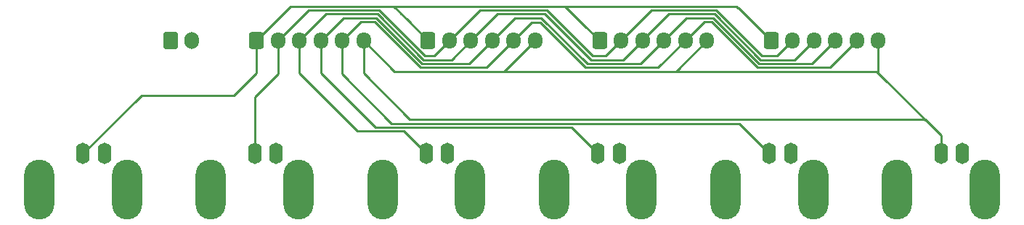
<source format=gbr>
%TF.GenerationSoftware,KiCad,Pcbnew,7.0.8*%
%TF.CreationDate,2024-02-13T18:25:42+01:00*%
%TF.ProjectId,BlankingRelay_Top1,426c616e-6b69-46e6-9752-656c61795f54,rev?*%
%TF.SameCoordinates,Original*%
%TF.FileFunction,Copper,L1,Top*%
%TF.FilePolarity,Positive*%
%FSLAX46Y46*%
G04 Gerber Fmt 4.6, Leading zero omitted, Abs format (unit mm)*
G04 Created by KiCad (PCBNEW 7.0.8) date 2024-02-13 18:25:42*
%MOMM*%
%LPD*%
G01*
G04 APERTURE LIST*
G04 Aperture macros list*
%AMRoundRect*
0 Rectangle with rounded corners*
0 $1 Rounding radius*
0 $2 $3 $4 $5 $6 $7 $8 $9 X,Y pos of 4 corners*
0 Add a 4 corners polygon primitive as box body*
4,1,4,$2,$3,$4,$5,$6,$7,$8,$9,$2,$3,0*
0 Add four circle primitives for the rounded corners*
1,1,$1+$1,$2,$3*
1,1,$1+$1,$4,$5*
1,1,$1+$1,$6,$7*
1,1,$1+$1,$8,$9*
0 Add four rect primitives between the rounded corners*
20,1,$1+$1,$2,$3,$4,$5,0*
20,1,$1+$1,$4,$5,$6,$7,0*
20,1,$1+$1,$6,$7,$8,$9,0*
20,1,$1+$1,$8,$9,$2,$3,0*%
G04 Aperture macros list end*
%TA.AperFunction,ComponentPad*%
%ADD10RoundRect,0.250000X-0.600000X-0.725000X0.600000X-0.725000X0.600000X0.725000X-0.600000X0.725000X0*%
%TD*%
%TA.AperFunction,ComponentPad*%
%ADD11O,1.700000X1.950000*%
%TD*%
%TA.AperFunction,ComponentPad*%
%ADD12RoundRect,0.250000X-0.600000X-0.750000X0.600000X-0.750000X0.600000X0.750000X-0.600000X0.750000X0*%
%TD*%
%TA.AperFunction,ComponentPad*%
%ADD13O,1.700000X2.000000*%
%TD*%
%TA.AperFunction,ComponentPad*%
%ADD14O,1.600200X2.499360*%
%TD*%
%TA.AperFunction,ComponentPad*%
%ADD15O,3.500120X7.000240*%
%TD*%
%TA.AperFunction,Conductor*%
%ADD16C,0.250000*%
%TD*%
G04 APERTURE END LIST*
D10*
%TO.P,J10,1,Pin_1*%
%TO.N,Blanking_Out1*%
X140000000Y-59500000D03*
D11*
%TO.P,J10,2,Pin_2*%
%TO.N,Blanking_Out2*%
X142500000Y-59500000D03*
%TO.P,J10,3,Pin_3*%
%TO.N,Blanking_Out3*%
X145000000Y-59500000D03*
%TO.P,J10,4,Pin_4*%
%TO.N,Blanking_Out4*%
X147500000Y-59500000D03*
%TO.P,J10,5,Pin_5*%
%TO.N,Blanking_Out5*%
X150000000Y-59500000D03*
%TO.P,J10,6,Pin_6*%
%TO.N,Blanking_Out6*%
X152500000Y-59500000D03*
%TD*%
D12*
%TO.P,J11,1,Pin_1*%
%TO.N,5V*%
X70000000Y-59500000D03*
D13*
%TO.P,J11,2,Pin_2*%
%TO.N,GNDREF*%
X72500000Y-59500000D03*
%TD*%
D10*
%TO.P,J8,1,Pin_1*%
%TO.N,Blanking_Out1*%
X100000000Y-59500000D03*
D11*
%TO.P,J8,2,Pin_2*%
%TO.N,Blanking_Out2*%
X102500000Y-59500000D03*
%TO.P,J8,3,Pin_3*%
%TO.N,Blanking_Out3*%
X105000000Y-59500000D03*
%TO.P,J8,4,Pin_4*%
%TO.N,Blanking_Out4*%
X107500000Y-59500000D03*
%TO.P,J8,5,Pin_5*%
%TO.N,Blanking_Out5*%
X110000000Y-59500000D03*
%TO.P,J8,6,Pin_6*%
%TO.N,Blanking_Out6*%
X112500000Y-59500000D03*
%TD*%
D10*
%TO.P,J9,1,Pin_1*%
%TO.N,Blanking_Out1*%
X120000000Y-59500000D03*
D11*
%TO.P,J9,2,Pin_2*%
%TO.N,Blanking_Out2*%
X122500000Y-59500000D03*
%TO.P,J9,3,Pin_3*%
%TO.N,Blanking_Out3*%
X125000000Y-59500000D03*
%TO.P,J9,4,Pin_4*%
%TO.N,Blanking_Out4*%
X127500000Y-59500000D03*
%TO.P,J9,5,Pin_5*%
%TO.N,Blanking_Out5*%
X130000000Y-59500000D03*
%TO.P,J9,6,Pin_6*%
%TO.N,Blanking_Out6*%
X132500000Y-59500000D03*
%TD*%
D10*
%TO.P,J1,1,Pin_1*%
%TO.N,Blanking_Out1*%
X80000000Y-59500000D03*
D11*
%TO.P,J1,2,Pin_2*%
%TO.N,Blanking_Out2*%
X82500000Y-59500000D03*
%TO.P,J1,3,Pin_3*%
%TO.N,Blanking_Out3*%
X85000000Y-59500000D03*
%TO.P,J1,4,Pin_4*%
%TO.N,Blanking_Out4*%
X87500000Y-59500000D03*
%TO.P,J1,5,Pin_5*%
%TO.N,Blanking_Out5*%
X90000000Y-59500000D03*
%TO.P,J1,6,Pin_6*%
%TO.N,Blanking_Out6*%
X92500000Y-59500000D03*
%TD*%
D14*
%TO.P,J6,1,In*%
%TO.N,Blanking_Out5*%
X139800000Y-72698740D03*
D15*
%TO.P,J6,2,Ext*%
%TO.N,GNDREF*%
X144897780Y-76963400D03*
D14*
X142299360Y-72698740D03*
D15*
X134699680Y-76963400D03*
%TD*%
D14*
%TO.P,J7,1,In*%
%TO.N,Blanking_Out6*%
X159800000Y-72698740D03*
D15*
%TO.P,J7,2,Ext*%
%TO.N,GNDREF*%
X164897780Y-76963400D03*
D14*
X162299360Y-72698740D03*
D15*
X154699680Y-76963400D03*
%TD*%
D14*
%TO.P,J5,1,In*%
%TO.N,Blanking_Out4*%
X119800000Y-72698740D03*
D15*
%TO.P,J5,2,Ext*%
%TO.N,GNDREF*%
X124897780Y-76963400D03*
D14*
X122299360Y-72698740D03*
D15*
X114699680Y-76963400D03*
%TD*%
D14*
%TO.P,J3,1,In*%
%TO.N,Blanking_Out2*%
X79800000Y-72698740D03*
D15*
%TO.P,J3,2,Ext*%
%TO.N,GNDREF*%
X84897780Y-76963400D03*
D14*
X82299360Y-72698740D03*
D15*
X74699680Y-76963400D03*
%TD*%
D14*
%TO.P,J4,1,In*%
%TO.N,Blanking_Out3*%
X99800000Y-72698740D03*
D15*
%TO.P,J4,2,Ext*%
%TO.N,GNDREF*%
X104897780Y-76963400D03*
D14*
X102299360Y-72698740D03*
D15*
X94699680Y-76963400D03*
%TD*%
D14*
%TO.P,J2,1,In*%
%TO.N,Blanking_Out1*%
X59800000Y-72698740D03*
D15*
%TO.P,J2,2,Ext*%
%TO.N,GNDREF*%
X64897780Y-76963400D03*
D14*
X62299360Y-72698740D03*
D15*
X54699680Y-76963400D03*
%TD*%
D16*
%TO.N,Blanking_Out6*%
X152275000Y-63100000D02*
X152812500Y-63637500D01*
X152812500Y-63637500D02*
X158525000Y-69350000D01*
X128900000Y-63100000D02*
X152275000Y-63100000D01*
X152500000Y-63325000D02*
X152812500Y-63637500D01*
X128900000Y-63100000D02*
X106300000Y-63100000D01*
X132500000Y-59500000D02*
X128900000Y-63100000D01*
X108900000Y-63100000D02*
X106300000Y-63100000D01*
X106300000Y-63100000D02*
X96100000Y-63100000D01*
X96100000Y-63100000D02*
X92500000Y-59500000D01*
X112500000Y-59500000D02*
X108900000Y-63100000D01*
%TO.N,Blanking_Out5*%
X132200000Y-57300000D02*
X130000000Y-59500000D01*
X133040812Y-57300000D02*
X132200000Y-57300000D01*
X138390812Y-62650000D02*
X133040812Y-57300000D01*
X142325000Y-62650000D02*
X138390812Y-62650000D01*
%TO.N,Blanking_Out4*%
X130150000Y-56850000D02*
X127500000Y-59500000D01*
X133227208Y-56850000D02*
X130150000Y-56850000D01*
X138577208Y-62200000D02*
X133227208Y-56850000D01*
X144800000Y-62200000D02*
X138577208Y-62200000D01*
X147500000Y-59500000D02*
X144800000Y-62200000D01*
%TO.N,Blanking_Out3*%
X128100000Y-56400000D02*
X125318198Y-59181802D01*
X138763604Y-61750000D02*
X133413604Y-56400000D01*
X142750000Y-61750000D02*
X138763604Y-61750000D01*
X133413604Y-56400000D02*
X128100000Y-56400000D01*
X145000000Y-59500000D02*
X142750000Y-61750000D01*
%TO.N,Blanking_Out2*%
X126050000Y-55950000D02*
X122500000Y-59500000D01*
X133600000Y-55950000D02*
X126050000Y-55950000D01*
X140700000Y-61300000D02*
X138950000Y-61300000D01*
X138950000Y-61300000D02*
X133600000Y-55950000D01*
X142500000Y-59500000D02*
X140700000Y-61300000D01*
%TO.N,Blanking_Out1*%
X82300000Y-57200000D02*
X84000000Y-55500000D01*
X85525000Y-55500000D02*
X86300000Y-55500000D01*
X84975000Y-55500000D02*
X85525000Y-55500000D01*
X82300000Y-57200000D02*
X83125000Y-56375000D01*
X84000000Y-55500000D02*
X85525000Y-55500000D01*
X80000000Y-59500000D02*
X82300000Y-57200000D01*
X80000000Y-63275000D02*
X80000000Y-59500000D01*
X77375000Y-65900000D02*
X80000000Y-63275000D01*
X66598740Y-65900000D02*
X77375000Y-65900000D01*
X59800000Y-72698740D02*
X66598740Y-65900000D01*
%TO.N,Blanking_Out2*%
X86050000Y-55950000D02*
X87850000Y-55950000D01*
X82500000Y-59500000D02*
X86050000Y-55950000D01*
X87850000Y-55950000D02*
X94311826Y-55950000D01*
%TO.N,Blanking_Out3*%
X88100000Y-56400000D02*
X89200000Y-56400000D01*
X85000000Y-59500000D02*
X88100000Y-56400000D01*
X94125430Y-56400000D02*
X89200000Y-56400000D01*
%TO.N,Blanking_Out4*%
X90150000Y-56850000D02*
X90550000Y-56850000D01*
X87500000Y-59500000D02*
X90150000Y-56850000D01*
X93939034Y-56850000D02*
X90550000Y-56850000D01*
%TO.N,Blanking_Out2*%
X79800000Y-66075000D02*
X79800000Y-72698740D01*
X82500000Y-63375000D02*
X79800000Y-66075000D01*
X82500000Y-59500000D02*
X82500000Y-63375000D01*
%TO.N,Blanking_Out3*%
X91750000Y-70100000D02*
X93850000Y-70100000D01*
X89462500Y-67812500D02*
X91750000Y-70100000D01*
X89462500Y-67812500D02*
X90800000Y-69150000D01*
X93850000Y-70100000D02*
X97201260Y-70100000D01*
X85000000Y-63350000D02*
X89462500Y-67812500D01*
X85000000Y-59500000D02*
X85000000Y-63350000D01*
%TO.N,Blanking_Out5*%
X136301260Y-69200000D02*
X139800000Y-72698740D01*
X95775000Y-69200000D02*
X136301260Y-69200000D01*
X90000000Y-63425000D02*
X95775000Y-69200000D01*
X90000000Y-59500000D02*
X90000000Y-63425000D01*
%TO.N,Blanking_Out4*%
X87500000Y-63300000D02*
X93850000Y-69650000D01*
X87500000Y-59500000D02*
X87500000Y-63300000D01*
X93850000Y-69650000D02*
X95300000Y-69650000D01*
X95300000Y-69650000D02*
X97975000Y-69650000D01*
X87500000Y-59622792D02*
X87500000Y-59500000D01*
X97975000Y-69650000D02*
X97527208Y-69650000D01*
X97975000Y-69650000D02*
X116751260Y-69650000D01*
%TO.N,Blanking_Out6*%
X97900000Y-68750000D02*
X99050000Y-68750000D01*
X92500000Y-59500000D02*
X92500000Y-63350000D01*
X92500000Y-63350000D02*
X97900000Y-68750000D01*
X99050000Y-68750000D02*
X104100000Y-68750000D01*
%TO.N,Blanking_Out5*%
X99102638Y-62650000D02*
X93752638Y-57300000D01*
X93752638Y-57300000D02*
X92200000Y-57300000D01*
X92200000Y-57300000D02*
X90000000Y-59500000D01*
X100000000Y-62650000D02*
X99102638Y-62650000D01*
X106850000Y-62650000D02*
X100000000Y-62650000D01*
%TO.N,Blanking_Out4*%
X116751260Y-69650000D02*
X119800000Y-72698740D01*
X99289034Y-62200000D02*
X93939034Y-56850000D01*
X100200000Y-62200000D02*
X99289034Y-62200000D01*
X104800000Y-62200000D02*
X100200000Y-62200000D01*
%TO.N,Blanking_Out3*%
X97201260Y-70100000D02*
X99800000Y-72698740D01*
X99475430Y-61750000D02*
X94125430Y-56400000D01*
X100625000Y-61750000D02*
X99475430Y-61750000D01*
X102750000Y-61750000D02*
X100625000Y-61750000D01*
%TO.N,Blanking_Out2*%
X94311826Y-55950000D02*
X99661826Y-61300000D01*
X99661826Y-61300000D02*
X100375000Y-61300000D01*
X100700000Y-61300000D02*
X100375000Y-61300000D01*
%TO.N,Blanking_Out1*%
X94575000Y-55500000D02*
X96000000Y-55500000D01*
X97650000Y-57150000D02*
X96800000Y-56300000D01*
X100000000Y-59500000D02*
X97650000Y-57150000D01*
X94575000Y-55500000D02*
X94975000Y-55500000D01*
X96000000Y-55500000D02*
X97650000Y-57150000D01*
X86300000Y-55500000D02*
X94575000Y-55500000D01*
X94975000Y-55500000D02*
X105175000Y-55500000D01*
%TO.N,Blanking_Out2*%
X102500000Y-59500000D02*
X100700000Y-61300000D01*
%TO.N,Blanking_Out3*%
X105000000Y-59500000D02*
X102750000Y-61750000D01*
%TO.N,Blanking_Out4*%
X107500000Y-59500000D02*
X104800000Y-62200000D01*
%TO.N,Blanking_Out5*%
X110000000Y-59500000D02*
X106850000Y-62650000D01*
%TO.N,Blanking_Out6*%
X157925000Y-68750000D02*
X158525000Y-69350000D01*
X137900000Y-68750000D02*
X157925000Y-68750000D01*
X158525000Y-69350000D02*
X159800000Y-70625000D01*
X159800000Y-70625000D02*
X159800000Y-72698740D01*
X152500000Y-59500000D02*
X152500000Y-63325000D01*
X126600000Y-68750000D02*
X137900000Y-68750000D01*
X117900000Y-68750000D02*
X126600000Y-68750000D01*
X104100000Y-68750000D02*
X117900000Y-68750000D01*
%TO.N,Blanking_Out1*%
X105175000Y-55500000D02*
X109900000Y-55500000D01*
%TO.N,Blanking_Out2*%
X106050000Y-55950000D02*
X107525000Y-55950000D01*
X107525000Y-55950000D02*
X113825000Y-55950000D01*
X102500000Y-59500000D02*
X106050000Y-55950000D01*
%TO.N,Blanking_Out3*%
X108100000Y-56400000D02*
X108775000Y-56400000D01*
X105000000Y-59500000D02*
X108100000Y-56400000D01*
X113638604Y-56400000D02*
X108775000Y-56400000D01*
%TO.N,Blanking_Out4*%
X110150000Y-56850000D02*
X111550000Y-56850000D01*
X111550000Y-56850000D02*
X113225000Y-56850000D01*
X107500000Y-59500000D02*
X110150000Y-56850000D01*
%TO.N,Blanking_Out5*%
X112100000Y-57400000D02*
X112500000Y-57400000D01*
X110000000Y-59500000D02*
X112100000Y-57400000D01*
X112500000Y-57400000D02*
X113138604Y-57400000D01*
X118388604Y-62650000D02*
X118700000Y-62650000D01*
X113138604Y-57400000D02*
X118388604Y-62650000D01*
X126850000Y-62650000D02*
X118700000Y-62650000D01*
%TO.N,Blanking_Out4*%
X118575000Y-62200000D02*
X119075000Y-62200000D01*
X113225000Y-56850000D02*
X118575000Y-62200000D01*
X124800000Y-62200000D02*
X119075000Y-62200000D01*
%TO.N,Blanking_Out3*%
X118988604Y-61750000D02*
X113638604Y-56400000D01*
X122750000Y-61750000D02*
X118988604Y-61750000D01*
X125000000Y-59500000D02*
X122750000Y-61750000D01*
%TO.N,Blanking_Out2*%
X113825000Y-55950000D02*
X119175000Y-61300000D01*
X119175000Y-61300000D02*
X120700000Y-61300000D01*
%TO.N,Blanking_Out1*%
X116000000Y-55500000D02*
X118275000Y-57775000D01*
X113700000Y-55500000D02*
X116000000Y-55500000D01*
X118275000Y-57775000D02*
X117250000Y-56750000D01*
X113700000Y-55500000D02*
X115350000Y-55500000D01*
X109900000Y-55500000D02*
X113700000Y-55500000D01*
X120000000Y-59500000D02*
X118275000Y-57775000D01*
X115800000Y-55500000D02*
X115350000Y-55500000D01*
X115350000Y-55500000D02*
X133125000Y-55500000D01*
%TO.N,Blanking_Out2*%
X120700000Y-61300000D02*
X122500000Y-59500000D01*
%TO.N,Blanking_Out4*%
X127500000Y-59500000D02*
X124800000Y-62200000D01*
%TO.N,Blanking_Out5*%
X130000000Y-59500000D02*
X126850000Y-62650000D01*
%TO.N,Blanking_Out1*%
X136000000Y-55500000D02*
X133125000Y-55500000D01*
X137500000Y-57000000D02*
X136000000Y-55500000D01*
X133125000Y-55500000D02*
X133150000Y-55500000D01*
X137500000Y-57000000D02*
X140000000Y-59500000D01*
X136225000Y-55725000D02*
X137500000Y-57000000D01*
X133150000Y-55500000D02*
X135575000Y-55500000D01*
X133150000Y-55500000D02*
X134300000Y-55500000D01*
%TO.N,Blanking_Out5*%
X146850000Y-62650000D02*
X142325000Y-62650000D01*
X150000000Y-59500000D02*
X146850000Y-62650000D01*
X142325000Y-62650000D02*
X143250000Y-62650000D01*
%TO.N,Blanking_Out1*%
X86300000Y-55500000D02*
X88900000Y-55500000D01*
X109900000Y-55500000D02*
X111300000Y-55500000D01*
%TO.N,Blanking_Out3*%
X99800000Y-71700000D02*
X99800000Y-72698740D01*
%TO.N,Blanking_Out2*%
X122500000Y-60300000D02*
X122500000Y-59500000D01*
%TD*%
M02*

</source>
